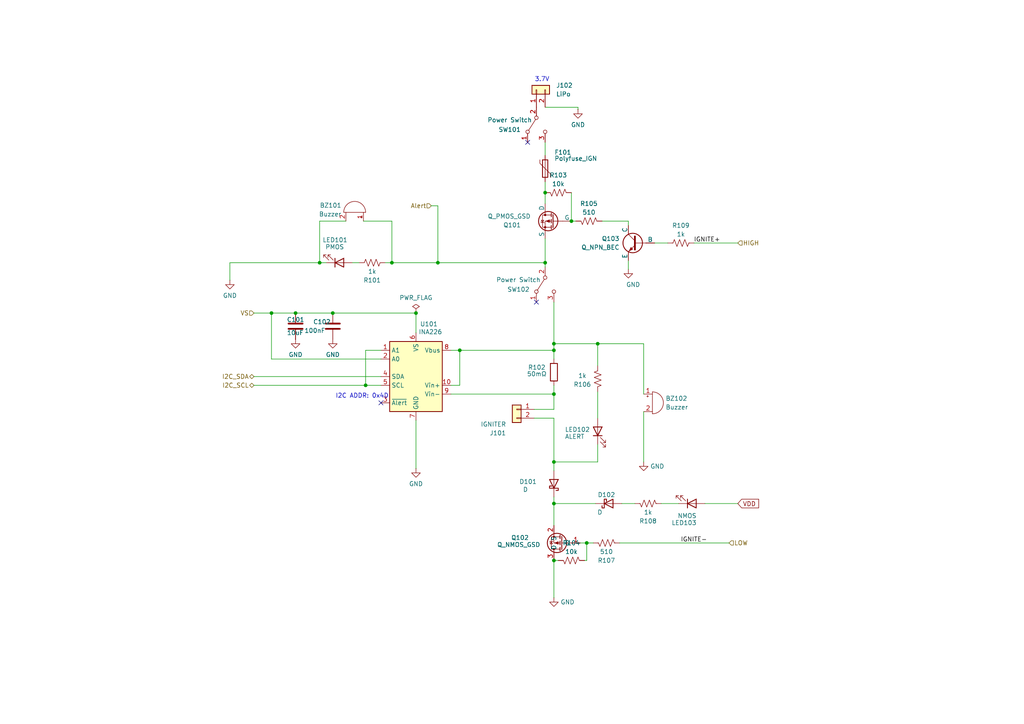
<source format=kicad_sch>
(kicad_sch (version 20231120) (generator "eeschema") (generator_version "8.0")
  (paper "A4")
  (lib_symbols
    (symbol "Connector_Generic:Conn_01x02" (pin_names (offset 1.016) hide)
      (property "Reference" "J" (at 0 2.54 0))
      (property "Value" "Conn_01x02" (at 0 -5.08 0))
      (symbol "Conn_01x02_1_1"
        (rectangle (start -1.27 -2.413) (end 0 -2.667) (stroke (width 0.1524)))
        (rectangle (start -1.27 0.127) (end 0 -0.127) (stroke (width 0.1524)))
        (rectangle (start -1.27 1.27) (end 1.27 -3.81) (stroke (width 0.254)) (fill (type background)))
        (pin passive line (at -5.08 0 0) (length 3.81) (name "Pin_1") (number "1"))
        (pin passive line (at -5.08 -2.54 0) (length 3.81) (name "Pin_2") (number "2"))
      )
    )
    (symbol "Device:Buzzer" (pin_names (offset 0.0254) hide)
      (property "Reference" "BZ" (at 3.81 1.27 0))
      (property "Value" "Buzzer" (at 3.81 -1.27 0))
      (symbol "Buzzer_0_1"
        (arc (start 0 -3.175) (mid 3.1612 0) (end 0 3.175))
        (polyline (pts (xy -1.651 1.905) (xy -1.143 1.905)))
        (polyline (pts (xy -1.397 2.159) (xy -1.397 1.651)))
        (polyline (pts (xy 0 3.175) (xy 0 -3.175)))
      )
      (symbol "Buzzer_1_1"
        (pin passive line (at -2.54 2.54 0) (length 2.54) (name "+") (number "1"))
        (pin passive line (at -2.54 -2.54 0) (length 2.54) (name "-") (number "2"))
      )
    )
    (symbol "Device:C" (pin_numbers hide) (pin_names (offset 0.254))
      (property "Reference" "C" (at 0.635 2.54 0))
      (property "Value" "C" (at 0.635 -2.54 0))
      (symbol "C_0_1"
        (polyline (pts (xy -2.032 -0.762) (xy 2.032 -0.762)) (stroke (width 0.508)))
        (polyline (pts (xy -2.032 0.762) (xy 2.032 0.762)) (stroke (width 0.508)))
      )
      (symbol "C_1_1"
        (pin passive line (at 0 3.81 270) (length 2.794) (name "~") (number "1"))
        (pin passive line (at 0 -3.81 90) (length 2.794) (name "~") (number "2"))
      )
    )
    (symbol "Device:D_Schottky" (pin_numbers hide) (pin_names (offset 1.016) hide)
      (property "Reference" "D" (at 0 2.54 0))
      (property "Value" "D_Schottky" (at 0 -2.54 0))
      (symbol "D_Schottky_0_1"
        (polyline (pts (xy 1.27 0) (xy -1.27 0)))
        (polyline (pts (xy 1.27 1.27) (xy 1.27 -1.27) (xy -1.27 0) (xy 1.27 1.27)) (stroke (width 0.254)))
        (polyline (pts (xy -1.905 0.635) (xy -1.905 1.27) (xy -1.27 1.27) (xy -1.27 -1.27) (xy -0.635 -1.27) (xy -0.635 -0.635)) (stroke (width 0.254)))
      )
      (symbol "D_Schottky_1_1"
        (pin passive line (at -3.81 0 0) (length 2.54) (name "K") (number "1"))
        (pin passive line (at 3.81 0 180) (length 2.54) (name "A") (number "2"))
      )
    )
    (symbol "Device:LED" (pin_numbers hide) (pin_names (offset 1.016) hide)
      (property "Reference" "D" (at 0 2.54 0))
      (property "Value" "LED" (at 0 -2.54 0))
      (symbol "LED_0_1"
        (polyline (pts (xy -1.27 -1.27) (xy -1.27 1.27)) (stroke (width 0.254)))
        (polyline (pts (xy -1.27 0) (xy 1.27 0)))
        (polyline (pts (xy 1.27 -1.27) (xy 1.27 1.27) (xy -1.27 0) (xy 1.27 -1.27)) (stroke (width 0.254)))
        (polyline (pts (xy -3.048 -0.762) (xy -4.572 -2.286) (xy -3.81 -2.286) (xy -4.572 -2.286) (xy -4.572 -1.524)))
        (polyline (pts (xy -1.778 -0.762) (xy -3.302 -2.286) (xy -2.54 -2.286) (xy -3.302 -2.286) (xy -3.302 -1.524)))
      )
      (symbol "LED_1_1"
        (pin passive line (at -3.81 0 0) (length 2.54) (name "K") (number "1"))
        (pin passive line (at 3.81 0 180) (length 2.54) (name "A") (number "2"))
      )
    )
    (symbol "Device:Polyfuse" (pin_numbers hide) (pin_names (offset 0))
      (property "Reference" "F" (at -2.54 0 90))
      (property "Value" "Polyfuse" (at 2.54 0 90))
      (symbol "Polyfuse_0_1"
        (rectangle (start -0.762 2.54) (end 0.762 -2.54) (stroke (width 0.254)))
        (polyline (pts (xy 0 2.54) (xy 0 -2.54)))
        (polyline (pts (xy -1.524 2.54) (xy -1.524 1.524) (xy 1.524 -1.524) (xy 1.524 -2.54)))
      )
      (symbol "Polyfuse_1_1"
        (pin passive line (at 0 3.81 270) (length 1.27) (name "~") (number "1"))
        (pin passive line (at 0 -3.81 90) (length 1.27) (name "~") (number "2"))
      )
    )
    (symbol "Device:R" (pin_numbers hide) (pin_names (offset 0))
      (property "Reference" "R" (at 2.032 0 90))
      (property "Value" "R" (at 0 0 90))
      (symbol "R_0_1"
        (rectangle (start -1.016 -2.54) (end 1.016 2.54) (stroke (width 0.254)))
      )
      (symbol "R_1_1"
        (pin passive line (at 0 3.81 270) (length 1.27) (name "~") (number "1"))
        (pin passive line (at 0 -3.81 90) (length 1.27) (name "~") (number "2"))
      )
    )
    (symbol "Device:R_US" (pin_numbers hide) (pin_names (offset 0))
      (property "Reference" "R" (at 2.54 0 90))
      (property "Value" "R_US" (at -2.54 0 90))
      (symbol "R_US_0_1"
        (polyline (pts (xy 0 -2.286) (xy 0 -2.54)))
        (polyline (pts (xy 0 2.286) (xy 0 2.54)))
        (polyline (pts (xy 0 -0.762) (xy 1.016 -1.143) (xy 0 -1.524) (xy -1.016 -1.905) (xy 0 -2.286)))
        (polyline (pts (xy 0 0.762) (xy 1.016 0.381) (xy 0 0) (xy -1.016 -0.381) (xy 0 -0.762)))
        (polyline (pts (xy 0 2.286) (xy 1.016 1.905) (xy 0 1.524) (xy -1.016 1.143) (xy 0 0.762)))
      )
      (symbol "R_US_1_1"
        (pin passive line (at 0 3.81 270) (length 1.27) (name "~") (number "1"))
        (pin passive line (at 0 -3.81 90) (length 1.27) (name "~") (number "2"))
      )
    )
    (symbol "Sensor_Energy:INA226"
      (property "Reference" "U" (at -6.35 11.43 0))
      (property "Value" "INA226" (at 3.81 11.43 0))
      (symbol "INA226_0_1"
        (rectangle (start 7.62 10.16) (end -7.62 -10.16) (stroke (width 0.254)) (fill (type background)))
      )
      (symbol "INA226_1_1"
        (pin input line (at 10.16 7.62 180) (length 2.54) (name "A1") (number "1"))
        (pin input line (at -10.16 -2.54 0) (length 2.54) (name "Vin+") (number "10"))
        (pin input line (at 10.16 5.08 180) (length 2.54) (name "A0") (number "2"))
        (pin open_collector line (at 10.16 -7.62 180) (length 2.54) (name "~{Alert}") (number "3"))
        (pin bidirectional line (at 10.16 0 180) (length 2.54) (name "SDA") (number "4"))
        (pin input line (at 10.16 -2.54 180) (length 2.54) (name "SCL") (number "5"))
        (pin power_in line (at 0 12.7 270) (length 2.54) (name "VS") (number "6"))
        (pin power_in line (at 0 -12.7 90) (length 2.54) (name "GND") (number "7"))
        (pin input line (at -10.16 7.62 0) (length 2.54) (name "Vbus") (number "8"))
        (pin input line (at -10.16 -5.08 0) (length 2.54) (name "Vin-") (number "9"))
      )
    )
    (symbol "Simulation_SPICE:NPN" (pin_numbers hide) (pin_names (offset 0))
      (property "Reference" "Q" (at -2.54 7.62 0))
      (property "Value" "NPN" (at -2.54 5.08 0))
      (symbol "NPN_0_1"
        (polyline (pts (xy -2.54 0) (xy 0.635 0)) (stroke (width 0.1524)))
        (polyline (pts (xy 0.635 0.635) (xy 2.54 2.54)))
        (polyline (pts (xy 2.794 -1.27) (xy 2.794 -1.27)) (stroke (width 0.1524)))
        (polyline (pts (xy 2.794 -1.27) (xy 2.794 -1.27)) (stroke (width 0.1524)))
        (polyline (pts (xy 0.635 -0.635) (xy 2.54 -2.54) (xy 2.54 -2.54)))
        (polyline (pts (xy 0.635 1.905) (xy 0.635 -1.905) (xy 0.635 -1.905)) (stroke (width 0.508)))
        (polyline (pts (xy 1.27 -1.778) (xy 1.778 -1.27) (xy 2.286 -2.286) (xy 1.27 -1.778) (xy 1.27 -1.778)) (fill (type outline)))
        (circle (center 1.27 0) (radius 2.8194) (stroke (width 0.254)))
      )
      (symbol "NPN_1_1"
        (pin open_collector line (at 2.54 5.08 270) (length 2.54) (name "C") (number "1"))
        (pin input line (at -5.08 0 0) (length 2.54) (name "B") (number "2"))
        (pin open_emitter line (at 2.54 -5.08 90) (length 2.54) (name "E") (number "3"))
      )
    )
    (symbol "Simulation_SPICE:PMOS" (pin_numbers hide) (pin_names (offset 0))
      (property "Reference" "Q" (at 5.08 1.27 0))
      (property "Value" "PMOS" (at 5.08 -1.27 0))
      (symbol "PMOS_0_1"
        (polyline (pts (xy 0.254 0) (xy -2.54 0)))
        (polyline (pts (xy 0.254 1.905) (xy 0.254 -1.905)) (stroke (width 0.254)))
        (polyline (pts (xy 0.762 -1.27) (xy 0.762 -2.286)) (stroke (width 0.254)))
        (polyline (pts (xy 0.762 0.508) (xy 0.762 -0.508)) (stroke (width 0.254)))
        (polyline (pts (xy 0.762 2.286) (xy 0.762 1.27)) (stroke (width 0.254)))
        (polyline (pts (xy 2.54 2.54) (xy 2.54 1.778)))
        (polyline (pts (xy 2.54 -2.54) (xy 2.54 0) (xy 0.762 0)))
        (polyline (pts (xy 0.762 1.778) (xy 3.302 1.778) (xy 3.302 -1.778) (xy 0.762 -1.778)))
        (polyline (pts (xy 2.286 0) (xy 1.27 0.381) (xy 1.27 -0.381) (xy 2.286 0)) (fill (type outline)))
        (polyline (pts (xy 2.794 -0.508) (xy 2.921 -0.381) (xy 3.683 -0.381) (xy 3.81 -0.254)))
        (polyline (pts (xy 3.302 -0.381) (xy 2.921 0.254) (xy 3.683 0.254) (xy 3.302 -0.381)))
        (circle (center 1.651 0) (radius 2.794) (stroke (width 0.254)))
        (circle (center 2.54 -1.778) (radius 0.254) (fill (type outline)))
        (circle (center 2.54 1.778) (radius 0.254) (fill (type outline)))
      )
      (symbol "PMOS_1_1"
        (pin passive line (at 2.54 5.08 270) (length 2.54) (name "D") (number "1"))
        (pin input line (at -5.08 0 0) (length 2.54) (name "G") (number "2"))
        (pin passive line (at 2.54 -5.08 90) (length 2.54) (name "S") (number "3"))
      )
    )
    (symbol "Switch:SW_SPDT" (pin_names (offset 0) hide)
      (property "Reference" "SW" (at 0 4.318 0))
      (property "Value" "SW_SPDT" (at 0 -5.08 0))
      (symbol "SW_SPDT_0_0"
        (circle (center -2.032 0) (radius 0.508))
        (circle (center 2.032 -2.54) (radius 0.508))
      )
      (symbol "SW_SPDT_0_1"
        (polyline (pts (xy -1.524 0.254) (xy 1.651 2.286)))
        (circle (center 2.032 2.54) (radius 0.508))
      )
      (symbol "SW_SPDT_1_1"
        (pin passive line (at 5.08 2.54 180) (length 2.54) (name "A") (number "1"))
        (pin passive line (at -5.08 0 0) (length 2.54) (name "B") (number "2"))
        (pin passive line (at 5.08 -2.54 180) (length 2.54) (name "C") (number "3"))
      )
    )
    (symbol "Transistor_FET:AO3401A"
      (property "Reference" "Q" (at 5.08 1.905 0))
      (property "Value" "AO3401A" (at 5.08 0 0))
      (symbol "AO3401A_0_1"
        (polyline (pts (xy 0.254 0) (xy -2.54 0)))
        (polyline (pts (xy 0.254 1.905) (xy 0.254 -1.905)) (stroke (width 0.254)))
        (polyline (pts (xy 0.762 -1.27) (xy 0.762 -2.286)) (stroke (width 0.254)))
        (polyline (pts (xy 0.762 0.508) (xy 0.762 -0.508)) (stroke (width 0.254)))
        (polyline (pts (xy 0.762 2.286) (xy 0.762 1.27)) (stroke (width 0.254)))
        (polyline (pts (xy 2.54 2.54) (xy 2.54 1.778)))
        (polyline (pts (xy 2.54 -2.54) (xy 2.54 0) (xy 0.762 0)))
        (polyline (pts (xy 0.762 1.778) (xy 3.302 1.778) (xy 3.302 -1.778) (xy 0.762 -1.778)))
        (polyline (pts (xy 2.286 0) (xy 1.27 0.381) (xy 1.27 -0.381) (xy 2.286 0)) (fill (type outline)))
        (polyline (pts (xy 2.794 -0.508) (xy 2.921 -0.381) (xy 3.683 -0.381) (xy 3.81 -0.254)))
        (polyline (pts (xy 3.302 -0.381) (xy 2.921 0.254) (xy 3.683 0.254) (xy 3.302 -0.381)))
        (circle (center 1.651 0) (radius 2.794) (stroke (width 0.254)))
        (circle (center 2.54 -1.778) (radius 0.254) (fill (type outline)))
        (circle (center 2.54 1.778) (radius 0.254) (fill (type outline)))
      )
      (symbol "AO3401A_1_1"
        (pin input line (at -5.08 0 0) (length 2.54) (name "G") (number "1"))
        (pin passive line (at 2.54 -5.08 90) (length 2.54) (name "S") (number "2"))
        (pin passive line (at 2.54 5.08 270) (length 2.54) (name "D") (number "3"))
      )
    )
    (symbol "power:GND" (power) (pin_numbers hide) (pin_names (offset 0) hide)
      (property "Value" "GND" (at 0 -3.81 0))
      (symbol "GND_0_1"
        (polyline (pts (xy 0 0) (xy 0 -1.27) (xy 1.27 -1.27) (xy 0 -2.54) (xy -1.27 -1.27) (xy 0 -1.27)))
      )
      (symbol "GND_1_1"
        (pin power_in line (at 0 0 270) (length 0) (name "~") (number "1"))
      )
    )
    (symbol "power:PWR_FLAG" (power) (pin_numbers hide) (pin_names (offset 0) hide)
      (property "Value" "PWR_FLAG" (at 0 3.81 0))
      (symbol "PWR_FLAG_0_0"
        (pin power_out line (at 0 0 90) (length 0) (name "~") (number "1"))
      )
      (symbol "PWR_FLAG_0_1"
        (polyline (pts (xy 0 0) (xy 0 1.27) (xy -1.016 1.905) (xy 0 2.54) (xy 1.016 1.905) (xy 0 1.27)))
      )
    )
  )
  (junction (at 160.655 162.56))
  (junction (at 127 76.2))
  (junction (at 92.71 76.2))
  (junction (at 160.655 114.3))
  (junction (at 158.115 76.2))
  (junction (at 113.665 76.2))
  (junction (at 165.735 64.135))
  (junction (at 120.65 90.805))
  (junction (at 173.355 99.695))
  (junction (at 160.655 99.695))
  (junction (at 158.115 55.88))
  (junction (at 133.35 101.6))
  (junction (at 160.655 101.6))
  (junction (at 160.655 133.985))
  (junction (at 160.655 146.05))
  (junction (at 78.74 90.805))
  (junction (at 96.52 90.805))
  (junction (at 85.725 90.805))
  (junction (at 106.045 111.76))
  (junction (at 170.18 157.48))
  (no_connect (at 153.035 41.275))
  (no_connect (at 155.575 87.63))
  (no_connect (at 110.49 116.84))
  (wire (pts (xy 182.245 64.135) (xy 182.245 65.405)))
  (wire (pts (xy 160.655 104.14) (xy 160.655 101.6)))
  (wire (pts (xy 201.295 70.485) (xy 213.995 70.485)))
  (wire (pts (xy 160.655 87.63) (xy 160.655 99.695)))
  (wire (pts (xy 173.355 99.695) (xy 173.355 106.045)))
  (wire (pts (xy 174.625 64.135) (xy 182.245 64.135)))
  (wire (pts (xy 100.33 64.135) (xy 92.71 64.135)))
  (wire (pts (xy 186.69 99.695) (xy 186.69 114.3)))
  (wire (pts (xy 73.66 90.805) (xy 78.74 90.805)))
  (wire (pts (xy 102.235 76.2) (xy 104.14 76.2)))
  (wire (pts (xy 66.675 76.2) (xy 92.71 76.2)))
  (wire (pts (xy 158.115 69.215) (xy 158.115 76.2)))
  (wire (pts (xy 125.095 59.69) (xy 127 59.69)))
  (wire (pts (xy 111.76 76.2) (xy 113.665 76.2)))
  (wire (pts (xy 130.81 111.76) (xy 133.35 111.76)))
  (wire (pts (xy 113.665 64.135) (xy 113.665 76.2)))
  (wire (pts (xy 173.355 99.695) (xy 160.655 99.695)))
  (wire (pts (xy 78.74 104.14) (xy 110.49 104.14)))
  (wire (pts (xy 120.65 121.92) (xy 120.65 135.89)))
  (wire (pts (xy 170.18 157.48) (xy 172.085 157.48)))
  (wire (pts (xy 158.115 52.705) (xy 158.115 55.88)))
  (wire (pts (xy 154.94 121.285) (xy 160.655 121.285)))
  (wire (pts (xy 167.64 31.115) (xy 167.64 31.75)))
  (wire (pts (xy 106.045 101.6) (xy 106.045 111.76)))
  (wire (pts (xy 130.81 114.3) (xy 160.655 114.3)))
  (wire (pts (xy 133.35 101.6) (xy 160.655 101.6)))
  (wire (pts (xy 160.655 133.985) (xy 173.355 133.985)))
  (wire (pts (xy 78.74 90.805) (xy 85.725 90.805)))
  (wire (pts (xy 120.65 90.805) (xy 120.65 96.52)))
  (wire (pts (xy 180.34 146.05) (xy 184.15 146.05)))
  (wire (pts (xy 160.655 133.985) (xy 160.655 136.525)))
  (wire (pts (xy 169.545 162.56) (xy 170.18 162.56)))
  (wire (pts (xy 66.675 76.2) (xy 66.675 81.28)))
  (wire (pts (xy 106.045 111.76) (xy 110.49 111.76)))
  (wire (pts (xy 127 76.2) (xy 158.115 76.2)))
  (wire (pts (xy 179.705 157.48) (xy 211.455 157.48)))
  (wire (pts (xy 173.355 128.905) (xy 173.355 133.985)))
  (wire (pts (xy 186.69 99.695) (xy 173.355 99.695)))
  (wire (pts (xy 204.47 146.05) (xy 213.995 146.05)))
  (wire (pts (xy 127 59.69) (xy 127 76.2)))
  (wire (pts (xy 182.245 75.565) (xy 182.245 78.105)))
  (wire (pts (xy 161.925 162.56) (xy 160.655 162.56)))
  (wire (pts (xy 73.66 109.22) (xy 110.49 109.22)))
  (wire (pts (xy 160.655 114.3) (xy 160.655 111.76)))
  (wire (pts (xy 160.655 146.05) (xy 172.72 146.05)))
  (wire (pts (xy 133.35 111.76) (xy 133.35 101.6)))
  (wire (pts (xy 191.77 146.05) (xy 196.85 146.05)))
  (wire (pts (xy 193.675 70.485) (xy 189.865 70.485)))
  (wire (pts (xy 158.115 45.085) (xy 158.115 41.275)))
  (wire (pts (xy 160.655 162.56) (xy 160.655 173.355)))
  (wire (pts (xy 160.655 114.3) (xy 160.655 118.745)))
  (wire (pts (xy 92.71 76.2) (xy 94.615 76.2)))
  (wire (pts (xy 168.275 157.48) (xy 170.18 157.48)))
  (wire (pts (xy 113.665 76.2) (xy 127 76.2)))
  (wire (pts (xy 173.355 113.665) (xy 173.355 121.285)))
  (wire (pts (xy 160.655 121.285) (xy 160.655 133.985)))
  (wire (pts (xy 105.41 64.135) (xy 113.665 64.135)))
  (wire (pts (xy 110.49 101.6) (xy 106.045 101.6)))
  (wire (pts (xy 160.655 99.695) (xy 160.655 101.6)))
  (wire (pts (xy 78.74 104.14) (xy 78.74 90.805)))
  (wire (pts (xy 158.115 55.88) (xy 158.115 59.055)))
  (wire (pts (xy 96.52 90.805) (xy 120.65 90.805)))
  (wire (pts (xy 160.655 146.05) (xy 160.655 152.4)))
  (wire (pts (xy 85.725 90.805) (xy 96.52 90.805)))
  (wire (pts (xy 158.115 76.2) (xy 158.115 77.47)))
  (wire (pts (xy 186.69 133.985) (xy 186.69 119.38)))
  (wire (pts (xy 170.18 162.56) (xy 170.18 157.48)))
  (wire (pts (xy 165.735 64.135) (xy 167.005 64.135)))
  (wire (pts (xy 92.71 64.135) (xy 92.71 76.2)))
  (wire (pts (xy 160.655 144.145) (xy 160.655 146.05)))
  (wire (pts (xy 158.115 31.115) (xy 167.64 31.115)))
  (wire (pts (xy 130.81 101.6) (xy 133.35 101.6)))
  (wire (pts (xy 165.735 55.88) (xy 165.735 64.135)))
  (wire (pts (xy 73.66 111.76) (xy 106.045 111.76)))
  (wire (pts (xy 154.94 118.745) (xy 160.655 118.745)))
  (text "3.7V" (at 157.226 23.114 0) (effects (font (size 1.27 1.27))))
  (text "I2C ADDR: 0x4D" (at 105.029 114.935 0) (effects (font (size 1.27 1.27))))
  (label "IGNITE-" (at 205.105 157.48 180))
  (label "IGNITE+" (at 208.915 70.485 180))
  (global_label "VDD" (shape input) (at 213.995 146.05 0) (property "Intersheetrefs" "${INTERSHEET_REFS}" (effects (hide yes))))
  (hierarchical_label "I2C_SDA" (shape bidirectional) (at 73.66 109.22 180))
  (hierarchical_label "Alert" (shape input) (at 125.095 59.69 180))
  (hierarchical_label "I2C_SCL" (shape bidirectional) (at 73.66 111.76 180))
  (hierarchical_label "VS" (shape input) (at 73.66 90.805 180))
  (hierarchical_label "LOW" (shape input) (at 211.455 157.48 0))
  (hierarchical_label "HIGH" (shape input) (at 213.995 70.485 0))
  (symbol (lib_id "Device:Buzzer") (at 189.23 116.84 0) (unit 1)
    (property "Reference" "BZ102" (at 193.04 115.5699 0) (effects (justify left)))
    (property "Value" "Buzzer" (at 193.04 118.1099 0) (effects (justify left)))
    (property "Footprint" "Buzzer_Beeper:Buzzer_12x9.5RM7.6" (effects (hide yes)))
    (property "Description" "Buzzer, polarized" (effects (hide yes)))
  )
  (symbol (lib_id "Device:LED") (at 200.66 146.05 0) (mirror x) (unit 1)
    (property "Reference" "LED103" (at 202.057 151.638 0) (effects (justify right)))
    (property "Value" "NMOS" (at 202.057 149.606 0) (effects (justify right)))
    (property "Footprint" "LED_SMD:LED_0805_2012Metric" (effects (hide yes)))
    (property "LCSC" "C2295" (effects (hide yes)))
  )
  (symbol (lib_id "Switch:SW_SPDT") (at 155.575 36.195 90) (mirror x) (unit 1)
    (property "Reference" "SW101" (at 147.828 37.592 90))
    (property "Value" "Power Switch" (at 147.828 34.798 90))
    (property "Footprint" "Button_Switch_THT:SW_Slide_SPDT_Straight_CK_OS102011MS2Q" (effects (hide yes)))
  )
  (symbol (lib_id "Simulation_SPICE:NPN") (at 184.785 70.485 0) (mirror y) (unit 1)
    (property "Reference" "Q103" (at 179.705 69.215 0) (effects (justify left)))
    (property "Value" "Q_NPN_BEC" (at 179.705 71.755 0) (effects (justify left)))
    (property "Footprint" "Package_TO_SOT_SMD:SOT-23" (effects (hide yes)))
    (property "Sim.Device" "NPN" (effects (hide yes)))
    (property "Sim.Type" "GUMMELPOON" (effects (hide yes)))
    (property "Sim.Pins" "1=C 2=B 3=E" (effects (hide yes)))
    (property "LCSC" "C20526" (effects (hide yes)))
  )
  (symbol (lib_id "Switch:SW_SPDT") (at 158.115 82.55 90) (mirror x) (unit 1)
    (property "Reference" "SW102" (at 150.368 83.947 90))
    (property "Value" "Power Switch" (at 150.368 81.153 90))
    (property "Footprint" "Button_Switch_THT:SW_Slide_SPDT_Straight_CK_OS102011MS2Q" (effects (hide yes)))
  )
  (symbol (lib_id "Connector_Generic:Conn_01x02") (at 149.86 118.745 0) (mirror y) (unit 1)
    (property "Reference" "J101" (at 146.812 125.603 0) (effects (justify left)))
    (property "Value" "IGNITER" (at 146.812 123.063 0) (effects (justify left)))
    (property "Footprint" "Connector_JST:JST_PH_S2B-PH-K_1x02_P2.00mm_Horizontal" (effects (hide yes)))
  )
  (symbol (lib_id "Device:Buzzer") (at 102.87 61.595 270) (mirror x) (unit 1)
    (property "Reference" "BZ101" (at 99.06 59.5698 90) (effects (justify right)))
    (property "Value" "Buzzer" (at 99.06 62.1098 90) (effects (justify right)))
    (property "Footprint" "Buzzer_Beeper:Buzzer_12x9.5RM7.6" (effects (hide yes)))
    (property "Description" "Buzzer, polarized" (effects (hide yes)))
  )
  (symbol (lib_id "Device:R_US") (at 187.96 146.05 270) (mirror x) (unit 1)
    (property "Reference" "R108" (at 187.96 151.13 90))
    (property "Value" "1k" (at 187.96 148.59 90))
    (property "Footprint" "Resistor_SMD:R_0402_1005Metric" (effects (hide yes)))
    (property "LCSC" "C25123" (effects (hide yes)))
  )
  (symbol (lib_id "Device:C") (at 96.52 94.615 0) (unit 1)
    (property "Reference" "C102" (at 90.805 93.345 0) (effects (justify left)))
    (property "Value" "100nF" (at 88.265 95.885 0) (effects (justify left)))
    (property "Footprint" "Capacitor_SMD:C_0402_1005Metric" (effects (hide yes)))
    (property "LCSC" "C1525" (effects (hide yes)))
  )
  (symbol (lib_id "power:GND") (at 182.245 78.105 0) (unit 1)
    (property "Reference" "#PWR0107" (effects (hide yes)))
    (property "Value" "GND" (at 183.642 82.55 0))
    (property "Description" "Power symbol creates a global label with name \"GND\" , ground" (effects (hide yes)))
  )
  (symbol (lib_id "Device:R_US") (at 170.815 64.135 90) (mirror x) (unit 1)
    (property "Reference" "R105" (at 170.815 59.055 90))
    (property "Value" "510" (at 170.815 61.595 90))
    (property "Footprint" "Resistor_SMD:R_0402_1005Metric" (effects (hide yes)))
    (property "LCSC" "C25123" (effects (hide yes)))
  )
  (symbol (lib_id "Simulation_SPICE:PMOS") (at 160.655 64.135 0) (mirror y) (unit 1)
    (property "Reference" "Q101" (at 151.13 65.278 0) (effects (justify left)))
    (property "Value" "Q_PMOS_GSD" (at 153.924 62.738 0) (effects (justify left)))
    (property "Footprint" "Package_TO_SOT_SMD:SOT-23" (effects (hide yes)))
    (property "Datasheet" "https://ngspice.sourceforge.io/docs/ngspice-html-manual/manual.xhtml#cha_MOSFETs" (effects (hide yes)))
    (property "Description" "P-MOSFET transistor, drain/source/gate" (effects (hide yes)))
    (property "Sim.Device" "PMOS" (effects (hide yes)))
    (property "Sim.Type" "VDMOS" (effects (hide yes)))
    (property "Sim.Pins" "1=D 2=G 3=S" (effects (hide yes)))
    (property "LCSC" "C15127" (effects (hide yes)))
  )
  (symbol (lib_id "Device:R_US") (at 173.355 109.855 0) (mirror y) (unit 1)
    (property "Reference" "R106" (at 168.91 111.506 0))
    (property "Value" "1k" (at 168.91 108.966 0))
    (property "Footprint" "Resistor_SMD:R_0402_1005Metric" (effects (hide yes)))
    (property "LCSC" "C25123" (effects (hide yes)))
  )
  (symbol (lib_id "power:PWR_FLAG") (at 120.65 90.805 0) (unit 1)
    (property "Reference" "#FLG0101" (effects (hide yes)))
    (property "Value" "PWR_FLAG" (at 120.65 86.36 0))
    (property "Description" "Special symbol for telling ERC where power comes from" (effects (hide yes)))
  )
  (symbol (lib_id "power:GND") (at 167.64 31.75 0) (unit 1)
    (property "Reference" "#PWR0106" (effects (hide yes)))
    (property "Value" "GND" (at 167.64 36.195 0))
    (property "Description" "Power symbol creates a global label with name \"GND\" , ground" (effects (hide yes)))
  )
  (symbol (lib_id "Device:LED") (at 98.425 76.2 0) (mirror x) (unit 1)
    (property "Reference" "LED101" (at 100.838 69.596 0) (effects (justify right)))
    (property "Value" "PMOS" (at 99.822 71.628 0) (effects (justify right)))
    (property "Footprint" "LED_SMD:LED_0805_2012Metric" (effects (hide yes)))
    (property "LCSC" "C2295" (effects (hide yes)))
  )
  (symbol (lib_id "power:GND") (at 160.655 173.355 0) (mirror y) (unit 1)
    (property "Reference" "#PWR0105" (effects (hide yes)))
    (property "Value" "GND" (at 162.56 174.6249 0) (effects (justify right)))
    (property "Description" "Power symbol creates a global label with name \"GND\" , ground" (effects (hide yes)))
  )
  (symbol (lib_id "power:GND") (at 85.725 98.425 0) (unit 1)
    (property "Reference" "#PWR0102" (effects (hide yes)))
    (property "Value" "GND" (at 85.725 102.87 0))
    (property "Description" "Power symbol creates a global label with name \"GND\" , ground" (effects (hide yes)))
  )
  (symbol (lib_id "Device:C") (at 85.725 94.615 0) (unit 1)
    (property "Reference" "C101" (at 83.185 92.71 0) (effects (justify left)))
    (property "Value" "10uF" (at 83.185 96.52 0) (effects (justify left)))
    (property "Footprint" "Capacitor_SMD:C_0603_1608Metric" (effects (hide yes)))
    (property "LCSC" "C96446" (effects (hide yes)))
  )
  (symbol (lib_id "Device:R") (at 160.655 107.95 180) (unit 1)
    (property "Reference" "R102" (at 155.702 106.553 0))
    (property "Value" "50mΩ" (at 155.702 108.458 0))
    (property "Footprint" "Resistor_SMD:R_0805_2012Metric" (effects (hide yes)))
    (property "LCSC" "C247602" (effects (hide yes)))
  )
  (symbol (lib_id "power:GND") (at 96.52 98.425 0) (unit 1)
    (property "Reference" "#PWR0103" (effects (hide yes)))
    (property "Value" "GND" (at 96.52 102.87 0))
    (property "Description" "Power symbol creates a global label with name \"GND\" , ground" (effects (hide yes)))
  )
  (symbol (lib_id "power:GND") (at 186.69 133.985 0) (mirror y) (unit 1)
    (property "Reference" "#PWR0108" (effects (hide yes)))
    (property "Value" "GND" (at 188.595 135.2549 0) (effects (justify right)))
    (property "Description" "Power symbol creates a global label with name \"GND\" , ground" (effects (hide yes)))
  )
  (symbol (lib_id "Transistor_FET:AO3401A") (at 163.195 157.48 180) (unit 1)
    (property "Reference" "Q102" (at 153.416 155.956 0) (effects (justify left)))
    (property "Value" "Q_NMOS_GSD" (at 156.718 157.988 0) (effects (justify left)))
    (property "Footprint" "Package_TO_SOT_SMD:SOT-23-3" (effects (hide yes)))
    (property "Datasheet" "http://www.aosmd.com/pdfs/datasheet/AO3401A.pdf" (effects (hide yes)))
    (property "LCSC" "C20917" (effects (hide yes)))
  )
  (symbol (lib_id "Connector_Generic:Conn_01x02") (at 155.575 26.035 90) (unit 1)
    (property "Reference" "J102" (at 161.29 24.7649 90) (effects (justify right)))
    (property "Value" "LiPo" (at 161.29 27.3049 90) (effects (justify right)))
    (property "Footprint" "Connector_JST:JST_PH_S2B-PH-K_1x02_P2.00mm_Horizontal" (effects (hide yes)))
  )
  (symbol (lib_id "Device:D_Schottky") (at 176.53 146.05 0) (mirror x) (unit 1)
    (property "Reference" "D102" (at 175.895 143.51 0))
    (property "Value" "D" (at 173.99 148.59 0))
    (property "Footprint" "Diode_SMD:D_SOD-323" (effects (hide yes)))
    (property "LCSC" " C191023" (effects (hide yes)))
  )
  (symbol (lib_id "Device:R_US") (at 165.735 162.56 90) (mirror x) (unit 1)
    (property "Reference" "R104" (at 165.735 157.48 90))
    (property "Value" "10k" (at 165.735 160.02 90))
    (property "Footprint" "Resistor_SMD:R_0402_1005Metric" (effects (hide yes)))
    (property "LCSC" "C25744" (effects (hide yes)))
  )
  (symbol (lib_id "Sensor_Energy:INA226") (at 120.65 109.22 0) (mirror y) (unit 1)
    (property "Reference" "U101" (at 127 93.98 0) (effects (justify left)))
    (property "Value" "INA226" (at 128.27 96.266 0) (effects (justify left)))
    (property "Footprint" "Package_SO:VSSOP-10_3x3mm_P0.5mm" (effects (hide yes)))
    (property "Datasheet" "http://www.ti.com/lit/ds/symlink/ina226.pdf" (effects (hide yes)))
    (property "LCSC" "C49851" (effects (hide yes)))
  )
  (symbol (lib_id "Device:R_US") (at 197.485 70.485 270) (unit 1)
    (property "Reference" "R109" (at 197.485 65.405 90))
    (property "Value" "1k" (at 197.485 67.945 90))
    (property "Footprint" "Resistor_SMD:R_0402_1005Metric" (effects (hide yes)))
    (property "LCSC" "C11702" (effects (hide yes)))
  )
  (symbol (lib_id "Device:LED") (at 173.355 125.095 90) (unit 1)
    (property "Reference" "LED102" (at 163.83 124.587 90) (effects (justify right)))
    (property "Value" "ALERT" (at 163.83 126.619 90) (effects (justify right)))
    (property "Footprint" "LED_SMD:LED_0805_2012Metric" (effects (hide yes)))
    (property "LCSC" "C2295" (effects (hide yes)))
  )
  (symbol (lib_id "Device:R_US") (at 107.95 76.2 270) (unit 1)
    (property "Reference" "R101" (at 107.95 81.28 90))
    (property "Value" "1k" (at 107.95 78.74 90))
    (property "Footprint" "Resistor_SMD:R_0402_1005Metric" (effects (hide yes)))
    (property "LCSC" "C25123" (effects (hide yes)))
  )
  (symbol (lib_id "Device:D_Schottky") (at 160.655 140.335 270) (mirror x) (unit 1)
    (property "Reference" "D101" (at 153.162 139.7 90))
    (property "Value" "D" (at 152.4 141.986 90))
    (property "Footprint" "Diode_SMD:D_SOD-323" (effects (hide yes)))
    (property "LCSC" " C191023" (effects (hide yes)))
  )
  (symbol (lib_id "Device:Polyfuse") (at 158.115 48.895 0) (unit 1)
    (property "Reference" "F101" (at 160.782 44.196 0) (effects (justify left)))
    (property "Value" "Polyfuse_IGN" (at 160.782 45.974 0) (effects (justify left)))
    (property "Footprint" "Fuse:Fuse_1206_3216Metric" (effects (hide yes)))
    (property "Description" "Resettable fuse, polymeric positive temperature coefficient" (effects (hide yes)))
    (property "LCSC" "C914215" (effects (hide yes)))
  )
  (symbol (lib_id "Device:R_US") (at 161.925 55.88 90) (mirror x) (unit 1)
    (property "Reference" "R103" (at 161.925 50.8 90))
    (property "Value" "10k" (at 161.925 53.34 90))
    (property "Footprint" "Resistor_SMD:R_0402_1005Metric" (effects (hide yes)))
    (property "LCSC" "C25744" (effects (hide yes)))
  )
  (symbol (lib_id "power:GND") (at 120.65 135.89 0) (unit 1)
    (property "Reference" "#PWR0104" (effects (hide yes)))
    (property "Value" "GND" (at 120.65 140.335 0))
    (property "Description" "Power symbol creates a global label with name \"GND\" , ground" (effects (hide yes)))
  )
  (symbol (lib_id "Device:R_US") (at 175.895 157.48 270) (mirror x) (unit 1)
    (property "Reference" "R107" (at 175.895 162.56 90))
    (property "Value" "510" (at 175.895 160.02 90))
    (property "Footprint" "Resistor_SMD:R_0402_1005Metric" (effects (hide yes)))
    (property "LCSC" "C25123" (effects (hide yes)))
  )
  (symbol (lib_id "power:GND") (at 66.675 81.28 0) (unit 1)
    (property "Reference" "#PWR0101" (effects (hide yes)))
    (property "Value" "GND" (at 66.675 85.725 0))
    (property "Description" "Power symbol creates a global label with name \"GND\" , ground" (effects (hide yes)))
  )
)
</source>
